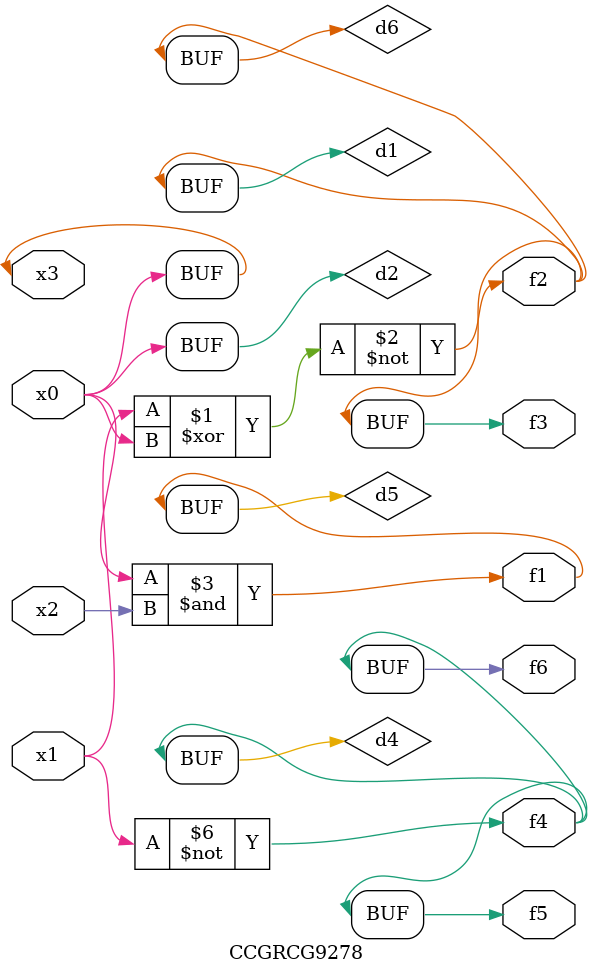
<source format=v>
module CCGRCG9278(
	input x0, x1, x2, x3,
	output f1, f2, f3, f4, f5, f6
);

	wire d1, d2, d3, d4, d5, d6;

	xnor (d1, x1, x3);
	buf (d2, x0, x3);
	nand (d3, x0, x2);
	not (d4, x1);
	nand (d5, d3);
	or (d6, d1);
	assign f1 = d5;
	assign f2 = d6;
	assign f3 = d6;
	assign f4 = d4;
	assign f5 = d4;
	assign f6 = d4;
endmodule

</source>
